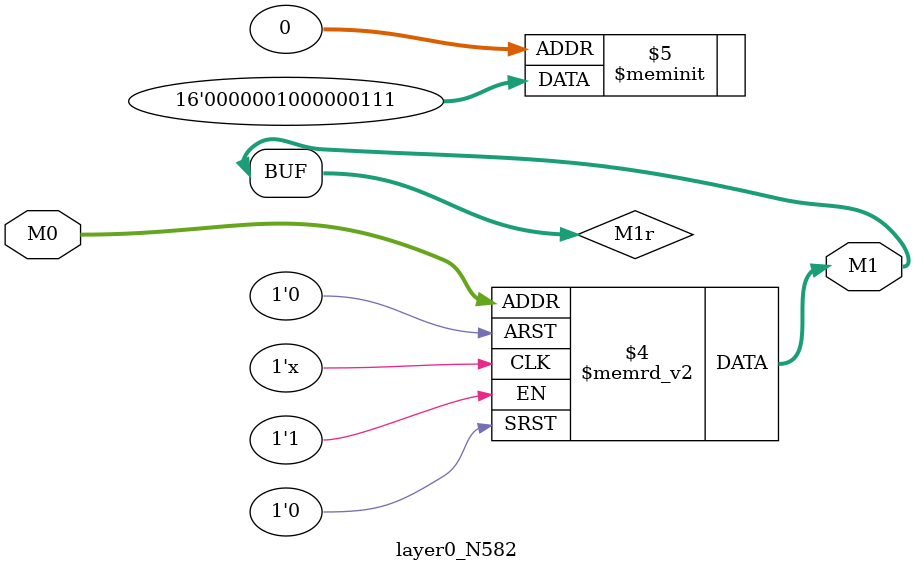
<source format=v>
module layer0_N582 ( input [2:0] M0, output [1:0] M1 );

	(*rom_style = "distributed" *) reg [1:0] M1r;
	assign M1 = M1r;
	always @ (M0) begin
		case (M0)
			3'b000: M1r = 2'b11;
			3'b100: M1r = 2'b10;
			3'b010: M1r = 2'b00;
			3'b110: M1r = 2'b00;
			3'b001: M1r = 2'b01;
			3'b101: M1r = 2'b00;
			3'b011: M1r = 2'b00;
			3'b111: M1r = 2'b00;

		endcase
	end
endmodule

</source>
